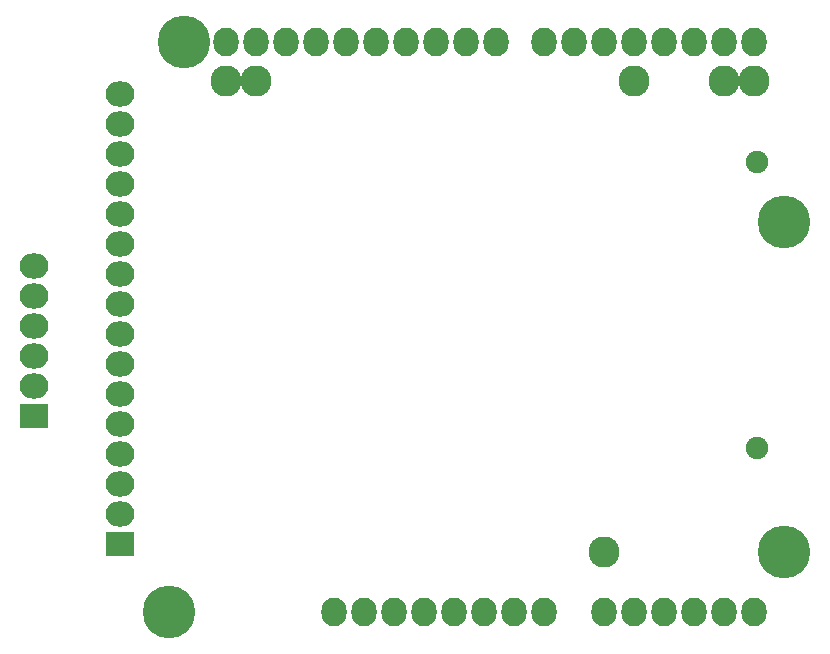
<source format=gbs>
G04 #@! TF.FileFunction,Soldermask,Bot*
%FSLAX46Y46*%
G04 Gerber Fmt 4.6, Leading zero omitted, Abs format (unit mm)*
G04 Created by KiCad (PCBNEW 4.0.1-3.201512221402+6198~38~ubuntu14.04.1-stable) date Tue 03 May 2016 12:22:43 PM PDT*
%MOMM*%
G01*
G04 APERTURE LIST*
%ADD10C,0.100000*%
%ADD11O,2.127200X2.432000*%
%ADD12C,2.127200*%
%ADD13C,4.464000*%
%ADD14C,1.900000*%
%ADD15R,2.432000X2.127200*%
%ADD16O,2.432000X2.127200*%
%ADD17C,2.635200*%
G04 APERTURE END LIST*
D10*
D11*
X138887200Y-123825000D03*
X141427200Y-123825000D03*
X143967200Y-123825000D03*
X146507200Y-123825000D03*
X149047200Y-123825000D03*
X151587200Y-123825000D03*
X154127200Y-123825000D03*
X156667200Y-123825000D03*
X161772600Y-123825000D03*
X164312600Y-123825000D03*
X166852600Y-123825000D03*
X174472600Y-123825000D03*
X171932600Y-123825000D03*
X169392600Y-123825000D03*
X171932600Y-75565000D03*
X174472600Y-75565000D03*
X161772600Y-75565000D03*
X164312600Y-75565000D03*
X159232600Y-75565000D03*
X156692600Y-75565000D03*
X166852600Y-75565000D03*
X169392600Y-75565000D03*
X139928600Y-75565000D03*
X142468600Y-75565000D03*
X145008600Y-75565000D03*
X152628600Y-75565000D03*
X150088600Y-75565000D03*
X147548600Y-75565000D03*
X134848600Y-75565000D03*
X137388600Y-75565000D03*
X129768600Y-75565000D03*
X132308600Y-75565000D03*
D12*
X126187200Y-75615800D03*
D13*
X124968000Y-123825000D03*
X177038000Y-118745000D03*
X126238000Y-75565000D03*
X177038000Y-90805000D03*
D14*
X174718800Y-85714600D03*
X174718800Y-109914600D03*
D15*
X120777000Y-118033800D03*
D16*
X120777000Y-115493800D03*
X120777000Y-112953800D03*
X120777000Y-110413800D03*
X120777000Y-107873800D03*
X120777000Y-105333800D03*
X120777000Y-102793800D03*
X120777000Y-100253800D03*
X120777000Y-97713800D03*
X120777000Y-95173800D03*
X120777000Y-92633800D03*
X120777000Y-90093800D03*
X120777000Y-87553800D03*
X120777000Y-85013800D03*
X120777000Y-82473800D03*
X120777000Y-79933800D03*
D15*
X113512600Y-107213400D03*
D16*
X113512600Y-104673400D03*
X113512600Y-102133400D03*
X113512600Y-99593400D03*
X113512600Y-97053400D03*
X113512600Y-94513400D03*
D17*
X174498000Y-78867000D03*
X161798000Y-118745000D03*
X171958000Y-78867000D03*
X132334000Y-78867000D03*
X164338000Y-78867000D03*
X129794000Y-78867000D03*
M02*

</source>
